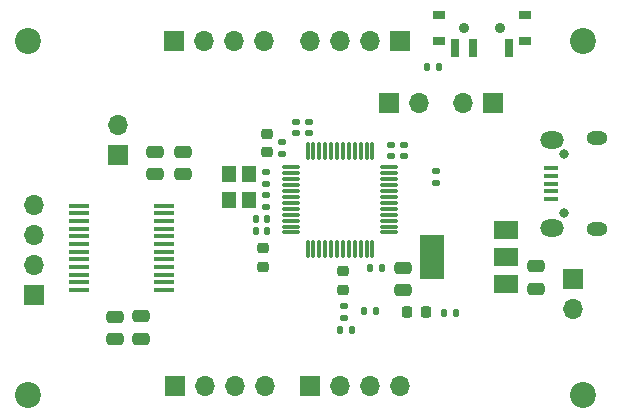
<source format=gbr>
%TF.GenerationSoftware,KiCad,Pcbnew,(6.0.11)*%
%TF.CreationDate,2023-06-03T19:27:43-07:00*%
%TF.ProjectId,stm32_PendCartBoard,73746d33-325f-4506-956e-644361727442,rev?*%
%TF.SameCoordinates,Original*%
%TF.FileFunction,Soldermask,Top*%
%TF.FilePolarity,Negative*%
%FSLAX46Y46*%
G04 Gerber Fmt 4.6, Leading zero omitted, Abs format (unit mm)*
G04 Created by KiCad (PCBNEW (6.0.11)) date 2023-06-03 19:27:43*
%MOMM*%
%LPD*%
G01*
G04 APERTURE LIST*
G04 Aperture macros list*
%AMRoundRect*
0 Rectangle with rounded corners*
0 $1 Rounding radius*
0 $2 $3 $4 $5 $6 $7 $8 $9 X,Y pos of 4 corners*
0 Add a 4 corners polygon primitive as box body*
4,1,4,$2,$3,$4,$5,$6,$7,$8,$9,$2,$3,0*
0 Add four circle primitives for the rounded corners*
1,1,$1+$1,$2,$3*
1,1,$1+$1,$4,$5*
1,1,$1+$1,$6,$7*
1,1,$1+$1,$8,$9*
0 Add four rect primitives between the rounded corners*
20,1,$1+$1,$2,$3,$4,$5,0*
20,1,$1+$1,$4,$5,$6,$7,0*
20,1,$1+$1,$6,$7,$8,$9,0*
20,1,$1+$1,$8,$9,$2,$3,0*%
G04 Aperture macros list end*
%ADD10RoundRect,0.218750X0.256250X-0.218750X0.256250X0.218750X-0.256250X0.218750X-0.256250X-0.218750X0*%
%ADD11RoundRect,0.135000X0.185000X-0.135000X0.185000X0.135000X-0.185000X0.135000X-0.185000X-0.135000X0*%
%ADD12R,1.700000X1.700000*%
%ADD13O,1.700000X1.700000*%
%ADD14RoundRect,0.140000X0.140000X0.170000X-0.140000X0.170000X-0.140000X-0.170000X0.140000X-0.170000X0*%
%ADD15RoundRect,0.225000X0.250000X-0.225000X0.250000X0.225000X-0.250000X0.225000X-0.250000X-0.225000X0*%
%ADD16RoundRect,0.218750X0.218750X0.256250X-0.218750X0.256250X-0.218750X-0.256250X0.218750X-0.256250X0*%
%ADD17O,0.800000X0.800000*%
%ADD18R,1.300000X0.450000*%
%ADD19O,2.000000X1.450000*%
%ADD20O,1.800000X1.150000*%
%ADD21C,2.200000*%
%ADD22RoundRect,0.250000X-0.475000X0.250000X-0.475000X-0.250000X0.475000X-0.250000X0.475000X0.250000X0*%
%ADD23RoundRect,0.250000X0.475000X-0.250000X0.475000X0.250000X-0.475000X0.250000X-0.475000X-0.250000X0*%
%ADD24R,2.000000X1.500000*%
%ADD25R,2.000000X3.800000*%
%ADD26RoundRect,0.140000X0.170000X-0.140000X0.170000X0.140000X-0.170000X0.140000X-0.170000X-0.140000X0*%
%ADD27RoundRect,0.135000X-0.135000X-0.185000X0.135000X-0.185000X0.135000X0.185000X-0.135000X0.185000X0*%
%ADD28RoundRect,0.218750X-0.256250X0.218750X-0.256250X-0.218750X0.256250X-0.218750X0.256250X0.218750X0*%
%ADD29R,1.750000X0.450000*%
%ADD30R,1.200000X1.400000*%
%ADD31RoundRect,0.135000X-0.185000X0.135000X-0.185000X-0.135000X0.185000X-0.135000X0.185000X0.135000X0*%
%ADD32RoundRect,0.135000X0.135000X0.185000X-0.135000X0.185000X-0.135000X-0.185000X0.135000X-0.185000X0*%
%ADD33R,1.000000X0.800000*%
%ADD34C,0.900000*%
%ADD35R,0.700000X1.500000*%
%ADD36RoundRect,0.140000X-0.170000X0.140000X-0.170000X-0.140000X0.170000X-0.140000X0.170000X0.140000X0*%
%ADD37RoundRect,0.075000X-0.662500X-0.075000X0.662500X-0.075000X0.662500X0.075000X-0.662500X0.075000X0*%
%ADD38RoundRect,0.075000X-0.075000X-0.662500X0.075000X-0.662500X0.075000X0.662500X-0.075000X0.662500X0*%
G04 APERTURE END LIST*
D10*
%TO.C,D2*%
X138200000Y-66097500D03*
X138200000Y-64522500D03*
%TD*%
D11*
%TO.C,R6*%
X138310000Y-68440000D03*
X138310000Y-67420000D03*
%TD*%
D12*
%TO.C,J7*%
X119160000Y-54705000D03*
D13*
X119160000Y-52165000D03*
%TD*%
D12*
%TO.C,J6*%
X157700000Y-65140000D03*
D13*
X157700000Y-67680000D03*
%TD*%
D12*
%TO.C,J5*%
X142065000Y-50260000D03*
D13*
X144605000Y-50260000D03*
%TD*%
D12*
%TO.C,J1*%
X150895000Y-50260000D03*
D13*
X148355000Y-50260000D03*
%TD*%
D14*
%TO.C,C9*%
X131760000Y-61150000D03*
X130800000Y-61150000D03*
%TD*%
D15*
%TO.C,C3*%
X131750000Y-54455000D03*
X131750000Y-52905000D03*
%TD*%
D16*
%TO.C,D1*%
X145187500Y-68010000D03*
X143612500Y-68010000D03*
%TD*%
D17*
%TO.C,J3*%
X156930000Y-54600000D03*
X156930000Y-59600000D03*
D18*
X155830000Y-58400000D03*
X155830000Y-57750000D03*
X155830000Y-57100000D03*
X155830000Y-56450000D03*
X155830000Y-55800000D03*
D19*
X155880000Y-53375000D03*
X155880000Y-60825000D03*
D20*
X159680000Y-60975000D03*
X159680000Y-53225000D03*
%TD*%
D12*
%TO.C,J8*%
X123970000Y-74220000D03*
D13*
X126510000Y-74220000D03*
X129050000Y-74220000D03*
X131590000Y-74220000D03*
%TD*%
D21*
%TO.C,H2*%
X158500000Y-45000000D03*
%TD*%
D22*
%TO.C,C16*%
X121070000Y-68340000D03*
X121070000Y-70240000D03*
%TD*%
D21*
%TO.C,H1*%
X111500000Y-45000000D03*
%TD*%
D12*
%TO.C,J2*%
X142980000Y-45000000D03*
D13*
X140440000Y-45000000D03*
X137900000Y-45000000D03*
X135360000Y-45000000D03*
%TD*%
D23*
%TO.C,C15*%
X124670000Y-56320000D03*
X124670000Y-54420000D03*
%TD*%
D24*
%TO.C,U1*%
X152000000Y-65630000D03*
X152000000Y-63330000D03*
D25*
X145700000Y-63330000D03*
D24*
X152000000Y-61030000D03*
%TD*%
D26*
%TO.C,C4*%
X142270000Y-54770000D03*
X142270000Y-53810000D03*
%TD*%
D14*
%TO.C,C8*%
X131760000Y-60110000D03*
X130800000Y-60110000D03*
%TD*%
D26*
%TO.C,C11*%
X133050000Y-54570000D03*
X133050000Y-53610000D03*
%TD*%
D21*
%TO.C,H4*%
X158500000Y-75000000D03*
%TD*%
D27*
%TO.C,R2*%
X145300000Y-47230000D03*
X146320000Y-47230000D03*
%TD*%
D26*
%TO.C,C7*%
X135270000Y-52800000D03*
X135270000Y-51840000D03*
%TD*%
D27*
%TO.C,R1*%
X146760000Y-68050000D03*
X147780000Y-68050000D03*
%TD*%
D28*
%TO.C,FB1*%
X131450000Y-62552500D03*
X131450000Y-64127500D03*
%TD*%
D12*
%TO.C,J10*%
X123840000Y-45000000D03*
D13*
X126380000Y-45000000D03*
X128920000Y-45000000D03*
X131460000Y-45000000D03*
%TD*%
D26*
%TO.C,C12*%
X131690000Y-57100000D03*
X131690000Y-56140000D03*
%TD*%
D21*
%TO.C,H3*%
X111500000Y-75000000D03*
%TD*%
D14*
%TO.C,C10*%
X141470000Y-64240000D03*
X140510000Y-64240000D03*
%TD*%
D22*
%TO.C,C17*%
X118890000Y-68350000D03*
X118890000Y-70250000D03*
%TD*%
D23*
%TO.C,C14*%
X122250000Y-56280000D03*
X122250000Y-54380000D03*
%TD*%
D27*
%TO.C,R4*%
X137950000Y-69490000D03*
X138970000Y-69490000D03*
%TD*%
D29*
%TO.C,U3*%
X115850000Y-58965000D03*
X115850000Y-59615000D03*
X115850000Y-60265000D03*
X115850000Y-60915000D03*
X115850000Y-61565000D03*
X115850000Y-62215000D03*
X115850000Y-62865000D03*
X115850000Y-63515000D03*
X115850000Y-64165000D03*
X115850000Y-64815000D03*
X115850000Y-65465000D03*
X115850000Y-66115000D03*
X123050000Y-66115000D03*
X123050000Y-65465000D03*
X123050000Y-64815000D03*
X123050000Y-64165000D03*
X123050000Y-63515000D03*
X123050000Y-62865000D03*
X123050000Y-62215000D03*
X123050000Y-61565000D03*
X123050000Y-60915000D03*
X123050000Y-60265000D03*
X123050000Y-59615000D03*
X123050000Y-58965000D03*
%TD*%
D12*
%TO.C,J4*%
X112060000Y-66520000D03*
D13*
X112060000Y-63980000D03*
X112060000Y-61440000D03*
X112060000Y-58900000D03*
%TD*%
D23*
%TO.C,C2*%
X143280000Y-66110000D03*
X143280000Y-64210000D03*
%TD*%
D30*
%TO.C,Y1*%
X128540000Y-56280000D03*
X128540000Y-58480000D03*
X130240000Y-58480000D03*
X130240000Y-56280000D03*
%TD*%
D26*
%TO.C,C5*%
X143350000Y-54780000D03*
X143350000Y-53820000D03*
%TD*%
D31*
%TO.C,R3*%
X146060000Y-56060000D03*
X146060000Y-57080000D03*
%TD*%
D32*
%TO.C,R5*%
X140950000Y-67920000D03*
X139930000Y-67920000D03*
%TD*%
D33*
%TO.C,SW1*%
X146300000Y-45005000D03*
D34*
X151450000Y-43895000D03*
D33*
X146300000Y-42795000D03*
D34*
X148450000Y-43895000D03*
D33*
X153600000Y-42795000D03*
X153600000Y-45005000D03*
D35*
X152200000Y-45655000D03*
X149200000Y-45655000D03*
X147700000Y-45655000D03*
%TD*%
D36*
%TO.C,C13*%
X131690000Y-58090000D03*
X131690000Y-59050000D03*
%TD*%
D26*
%TO.C,C6*%
X134240000Y-52830000D03*
X134240000Y-51870000D03*
%TD*%
D12*
%TO.C,J9*%
X135420000Y-74240000D03*
D13*
X137960000Y-74240000D03*
X140500000Y-74240000D03*
X143040000Y-74240000D03*
%TD*%
D22*
%TO.C,C1*%
X154520000Y-64080000D03*
X154520000Y-65980000D03*
%TD*%
D37*
%TO.C,U2*%
X133767500Y-55730000D03*
X133767500Y-56230000D03*
X133767500Y-56730000D03*
X133767500Y-57230000D03*
X133767500Y-57730000D03*
X133767500Y-58230000D03*
X133767500Y-58730000D03*
X133767500Y-59230000D03*
X133767500Y-59730000D03*
X133767500Y-60230000D03*
X133767500Y-60730000D03*
X133767500Y-61230000D03*
D38*
X135180000Y-62642500D03*
X135680000Y-62642500D03*
X136180000Y-62642500D03*
X136680000Y-62642500D03*
X137180000Y-62642500D03*
X137680000Y-62642500D03*
X138180000Y-62642500D03*
X138680000Y-62642500D03*
X139180000Y-62642500D03*
X139680000Y-62642500D03*
X140180000Y-62642500D03*
X140680000Y-62642500D03*
D37*
X142092500Y-61230000D03*
X142092500Y-60730000D03*
X142092500Y-60230000D03*
X142092500Y-59730000D03*
X142092500Y-59230000D03*
X142092500Y-58730000D03*
X142092500Y-58230000D03*
X142092500Y-57730000D03*
X142092500Y-57230000D03*
X142092500Y-56730000D03*
X142092500Y-56230000D03*
X142092500Y-55730000D03*
D38*
X140680000Y-54317500D03*
X140180000Y-54317500D03*
X139680000Y-54317500D03*
X139180000Y-54317500D03*
X138680000Y-54317500D03*
X138180000Y-54317500D03*
X137680000Y-54317500D03*
X137180000Y-54317500D03*
X136680000Y-54317500D03*
X136180000Y-54317500D03*
X135680000Y-54317500D03*
X135180000Y-54317500D03*
%TD*%
M02*

</source>
